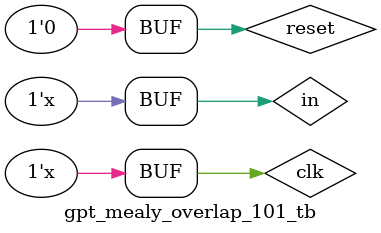
<source format=v>
module gpt_mealy_overlap_101 (
  input clk, reset, in,
  output reg out
);

  // State register
  reg [1:0] state;

  // State encoding
  parameter S0 = 2'b00, S1 = 2'b01, S2 = 2'b10;

  // Next state logic
  always @(posedge clk or posedge reset) begin
    if (reset)
      state <= S0;
    else
      case (state)
        S0: state <= in ? S1 : S0;
        S1: state <= in ? S2 : S1;
        S2: state <= in ? S0 : S2;
        default: state <= S0;
      endcase
  end

  // Output logic
  always @(state) begin
    case (state)
      S0: out <= 1'b0;
      S2: out <= 1'b1;
      default: out <= 1'b0;
    endcase
  end
endmodule


// `timescale 1ns / 1ps

module gpt_mealy_overlap_101_tb;

  // Inputs
  reg clk, reset, in;

  // Output
  wire out;

  // Instantiate the design under test
  gpt_mealy_overlap_101 dut (
    .clk(clk),
    .reset(reset),
    .in(in),
    .out(out)
  );

  // Clock period definition
  parameter CLK_PERIOD = 10;

  // Initialize inputs
  initial begin
    clk = 0;
    reset = 1;
    in = 0;
  end

  // Clock generator
  always #(CLK_PERIOD/2) clk = ~clk;

  // Reset generator
  always #5 reset = 0;

  // Input generator
  always #15 in = ~in;

  // Monitor output
  always @(posedge clk) begin
    $display("Time: %d ns, clk: %d, reset: %d, in: %d, out: %d",
             $time, clk, reset, in, out);
  end
endmodule


</source>
